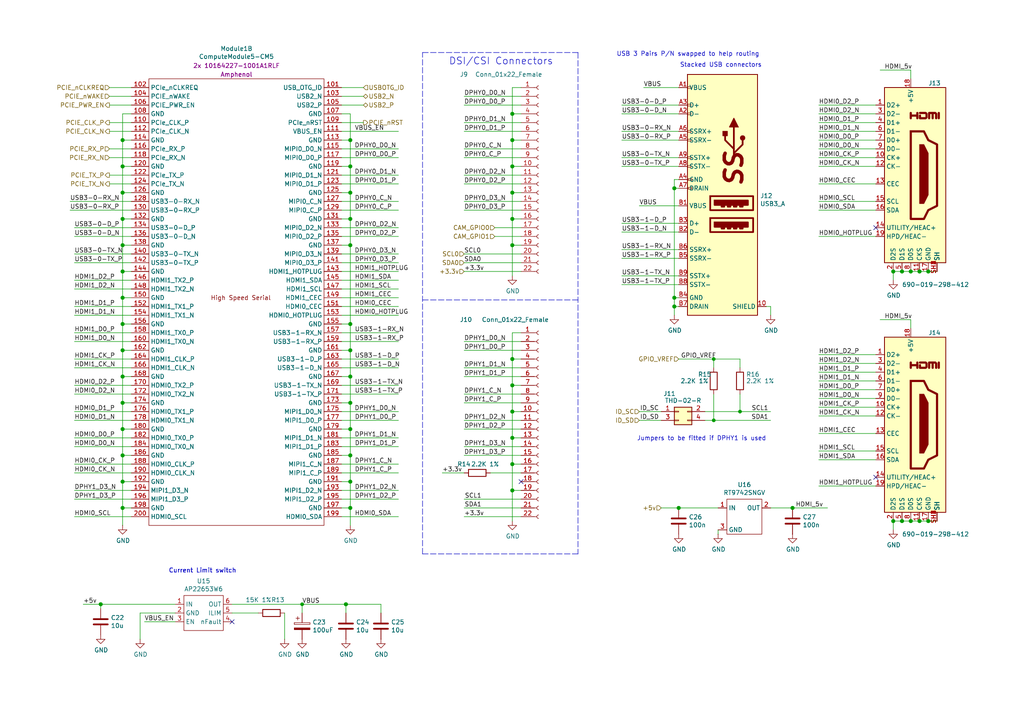
<source format=kicad_sch>
(kicad_sch (version 20250114) (generator "eeschema") (generator_version "9.0")
  (paper "A4")
  (title_block (title "Compute Module 5 IO Board - CM5 - Highspeed") (rev "1") (company "Copyright © 2024 Raspberry Pi Ltd.") (comment 1 "www.raspberrypi.com"))
  (text "USB 3 Pairs P/N swapped to help routing" (at 178.816 16.51 0) (effects (font (size 1.27 1.27)) (justify left bottom)))
  (text "Jumpers to be fitted if DPHY1 is used\n" (at 222.25 128.016 0) (effects (font (size 1.27 1.27)) (justify right bottom)))
  (text "Current Limit switch" (at 68.58 166.37 0) (effects (font (size 1.27 1.27)) (justify right bottom)))
  (text "DSI/CSI Connectors" (at 130.175 19.05 0) (effects (font (size 2.0066 2.0066)) (justify left bottom)))
  (text "Stacked USB connectors" (at 220.98 19.685 0) (effects (font (size 1.27 1.27)) (justify right bottom)))
  (text "Current Limit switch" (at 68.58 166.37 0) (effects (font (size 1.27 1.27)) (justify right bottom)))
  (junction (at 148.59 33.02) (diameter 1.016))
  (junction (at 207.01 104.14))
  (junction (at 35.56 147.32) (diameter 1.016))
  (junction (at 35.56 132.08) (diameter 1.016))
  (junction (at 148.59 119.38) (diameter 1.016))
  (junction (at 101.6 132.08) (diameter 1.016))
  (junction (at 35.56 71.12) (diameter 1.016))
  (junction (at 101.6 55.88) (diameter 1.016))
  (junction (at 100.33 175.26) (diameter 1.016))
  (junction (at 195.58 54.61) (diameter 1.016))
  (junction (at 266.7 78.74) (diameter 1.016))
  (junction (at 148.59 142.24) (diameter 1.016))
  (junction (at 148.59 134.62) (diameter 1.016))
  (junction (at 101.6 147.32) (diameter 1.016))
  (junction (at 35.56 40.64) (diameter 1.016))
  (junction (at 148.59 104.14) (diameter 1.016))
  (junction (at 101.6 40.64) (diameter 1.016))
  (junction (at 148.59 55.88) (diameter 1.016))
  (junction (at 35.56 55.88) (diameter 1.016))
  (junction (at 101.6 101.6) (diameter 1.016))
  (junction (at 196.85 147.32) (diameter 1.016))
  (junction (at 101.6 124.46) (diameter 1.016))
  (junction (at 269.24 78.74) (diameter 1.016))
  (junction (at 148.59 48.26) (diameter 1.016))
  (junction (at 214.63 119.38))
  (junction (at 35.56 78.74) (diameter 1.016))
  (junction (at 101.6 116.84) (diameter 1.016))
  (junction (at 148.59 127) (diameter 1.016))
  (junction (at 35.56 48.26) (diameter 1.016))
  (junction (at 266.7 151.13) (diameter 1.016))
  (junction (at 101.6 63.5) (diameter 1.016))
  (junction (at 259.08 78.74) (diameter 1.016))
  (junction (at 29.21 175.26) (diameter 1.016))
  (junction (at 207.01 121.92))
  (junction (at 261.62 151.13) (diameter 1.016))
  (junction (at 101.6 48.26) (diameter 1.016))
  (junction (at 35.56 139.7) (diameter 1.016))
  (junction (at 101.6 139.7) (diameter 1.016))
  (junction (at 148.59 63.5) (diameter 1.016))
  (junction (at 101.6 93.98) (diameter 1.016))
  (junction (at 35.56 101.6) (diameter 1.016))
  (junction (at 261.62 78.74) (diameter 1.016))
  (junction (at 259.08 151.13) (diameter 1.016))
  (junction (at 195.58 86.36) (diameter 1.016))
  (junction (at 35.56 116.84) (diameter 1.016))
  (junction (at 35.56 86.36) (diameter 1.016))
  (junction (at 264.16 151.13) (diameter 1.016))
  (junction (at 101.6 71.12) (diameter 1.016))
  (junction (at 101.6 109.22) (diameter 1.016))
  (junction (at 35.56 63.5) (diameter 1.016))
  (junction (at 229.87 147.32) (diameter 1.016))
  (junction (at 264.16 78.74) (diameter 1.016))
  (junction (at 148.59 111.76) (diameter 1.016))
  (junction (at 87.63 175.26))
  (junction (at 35.56 93.98) (diameter 1.016))
  (junction (at 269.24 151.13) (diameter 1.016))
  (junction (at 148.59 40.64) (diameter 1.016))
  (junction (at 195.58 88.9) (diameter 1.016))
  (junction (at 148.59 71.12) (diameter 1.016))
  (junction (at 35.56 124.46) (diameter 1.016))
  (junction (at 35.56 109.22) (diameter 1.016))
  (no_connect (at 67.31 180.34))
  (no_connect (at 254 66.04))
  (no_connect (at 151.13 139.7))
  (no_connect (at 254 138.43))
  (wire (pts (xy 134.62 109.22) (xy 151.13 109.22)))
  (wire (pts (xy 180.34 67.31) (xy 196.85 67.31)))
  (wire (pts (xy 99.06 144.78) (xy 115.57 144.78)))
  (wire (pts (xy 237.49 107.95) (xy 254 107.95)))
  (wire (pts (xy 21.59 111.76) (xy 38.1 111.76)))
  (wire (pts (xy 21.59 142.24) (xy 38.1 142.24)))
  (wire (pts (xy 261.62 78.74) (xy 264.16 78.74)))
  (wire (pts (xy 24.13 175.26) (xy 29.21 175.26)))
  (wire (pts (xy 148.59 40.64) (xy 148.59 48.26)))
  (wire (pts (xy 99.06 38.1) (xy 115.57 38.1)))
  (wire (pts (xy 35.56 63.5) (xy 35.56 71.12)))
  (wire (pts (xy 35.56 139.7) (xy 35.56 147.32)))
  (wire (pts (xy 196.85 52.07) (xy 195.58 52.07)))
  (wire (pts (xy 67.31 177.8) (xy 74.93 177.8)))
  (wire (pts (xy 35.56 33.02) (xy 35.56 40.64)))
  (wire (pts (xy 35.56 86.36) (xy 35.56 93.98)))
  (wire (pts (xy 237.49 68.58) (xy 254 68.58)))
  (wire (pts (xy 21.59 119.38) (xy 38.1 119.38)))
  (wire (pts (xy 35.56 71.12) (xy 35.56 78.74)))
  (wire (pts (xy 35.56 101.6) (xy 35.56 109.22)))
  (wire (pts (xy 101.6 48.26) (xy 101.6 40.64)))
  (wire (pts (xy 134.62 132.08) (xy 151.13 132.08)))
  (wire (pts (xy 99.06 30.48) (xy 105.41 30.48)))
  (wire (pts (xy 35.56 86.36) (xy 38.1 86.36)))
  (wire (pts (xy 148.59 104.14) (xy 148.59 111.76)))
  (wire (pts (xy 148.59 63.5) (xy 151.13 63.5)))
  (wire (pts (xy 148.59 33.02) (xy 148.59 40.64)))
  (wire (pts (xy 35.56 109.22) (xy 35.56 116.84)))
  (wire (pts (xy 35.56 48.26) (xy 35.56 55.88)))
  (wire (pts (xy 35.56 132.08) (xy 38.1 132.08)))
  (wire (pts (xy 101.6 71.12) (xy 101.6 63.5)))
  (wire (pts (xy 196.85 147.32) (xy 208.28 147.32)))
  (wire (pts (xy 237.49 53.34) (xy 254 53.34)))
  (wire (pts (xy 99.06 119.38) (xy 115.57 119.38)))
  (wire (pts (xy 266.7 78.74) (xy 269.24 78.74)))
  (polyline (pts (xy 167.64 15.24) (xy 167.64 160.655)) (stroke (width 0) (type dash)))
  (wire (pts (xy 31.75 38.1) (xy 38.1 38.1)))
  (wire (pts (xy 35.56 109.22) (xy 38.1 109.22)))
  (wire (pts (xy 38.1 147.32) (xy 35.56 147.32)))
  (wire (pts (xy 148.59 55.88) (xy 148.59 63.5)))
  (wire (pts (xy 207.01 104.14) (xy 214.63 104.14)))
  (wire (pts (xy 99.06 101.6) (xy 101.6 101.6)))
  (wire (pts (xy 223.52 147.32) (xy 229.87 147.32)))
  (wire (pts (xy 148.59 48.26) (xy 151.13 48.26)))
  (wire (pts (xy 35.56 55.88) (xy 35.56 63.5)))
  (wire (pts (xy 196.85 104.14) (xy 207.01 104.14)))
  (wire (pts (xy 21.59 114.3) (xy 38.1 114.3)))
  (wire (pts (xy 237.49 60.96) (xy 254 60.96)))
  (wire (pts (xy 207.01 114.3) (xy 207.01 121.92)))
  (wire (pts (xy 31.75 27.94) (xy 38.1 27.94)))
  (wire (pts (xy 180.34 48.26) (xy 196.85 48.26)))
  (wire (pts (xy 269.24 151.13) (xy 271.78 151.13)))
  (wire (pts (xy 99.06 40.64) (xy 101.6 40.64)))
  (wire (pts (xy 134.62 99.06) (xy 151.13 99.06)))
  (wire (pts (xy 151.13 73.66) (xy 134.62 73.66)))
  (wire (pts (xy 21.59 73.66) (xy 38.1 73.66)))
  (wire (pts (xy 21.59 127) (xy 38.1 127)))
  (wire (pts (xy 21.59 66.04) (xy 38.1 66.04)))
  (wire (pts (xy 207.01 104.14) (xy 207.01 106.68)))
  (wire (pts (xy 101.6 124.46) (xy 101.6 132.08)))
  (wire (pts (xy 148.59 96.52) (xy 148.59 104.14)))
  (wire (pts (xy 40.64 177.8) (xy 40.64 185.42)))
  (wire (pts (xy 237.49 130.81) (xy 254 130.81)))
  (wire (pts (xy 99.06 149.86) (xy 115.57 149.86)))
  (wire (pts (xy 214.63 104.14) (xy 214.63 106.68)))
  (wire (pts (xy 180.34 74.93) (xy 196.85 74.93)))
  (wire (pts (xy 237.49 133.35) (xy 254 133.35)))
  (wire (pts (xy 41.91 180.34) (xy 50.8 180.34)))
  (wire (pts (xy 196.85 54.61) (xy 195.58 54.61)))
  (wire (pts (xy 237.49 43.18) (xy 254 43.18)))
  (wire (pts (xy 101.6 116.84) (xy 101.6 124.46)))
  (wire (pts (xy 134.62 114.3) (xy 151.13 114.3)))
  (wire (pts (xy 99.06 86.36) (xy 115.57 86.36)))
  (wire (pts (xy 21.59 129.54) (xy 38.1 129.54)))
  (wire (pts (xy 204.47 121.92) (xy 207.01 121.92)))
  (wire (pts (xy 99.06 78.74) (xy 115.57 78.74)))
  (wire (pts (xy 259.08 151.13) (xy 259.08 153.67)))
  (wire (pts (xy 21.59 76.2) (xy 38.1 76.2)))
  (wire (pts (xy 237.49 110.49) (xy 254 110.49)))
  (wire (pts (xy 101.6 147.32) (xy 101.6 152.4)))
  (wire (pts (xy 99.06 50.8) (xy 115.57 50.8)))
  (wire (pts (xy 100.33 177.8) (xy 100.33 175.26)))
  (wire (pts (xy 38.1 43.18) (xy 31.75 43.18)))
  (wire (pts (xy 99.06 76.2) (xy 115.57 76.2)))
  (wire (pts (xy 229.87 147.32) (xy 240.03 147.32)))
  (wire (pts (xy 31.75 30.48) (xy 38.1 30.48)))
  (wire (pts (xy 99.06 132.08) (xy 101.6 132.08)))
  (wire (pts (xy 259.08 78.74) (xy 259.08 81.28)))
  (wire (pts (xy 31.75 53.34) (xy 38.1 53.34)))
  (wire (pts (xy 148.59 119.38) (xy 148.59 127)))
  (wire (pts (xy 237.49 40.64) (xy 254 40.64)))
  (wire (pts (xy 99.06 88.9) (xy 115.57 88.9)))
  (wire (pts (xy 82.55 177.8) (xy 82.55 185.42)))
  (wire (pts (xy 208.28 153.67) (xy 208.28 154.94)))
  (wire (pts (xy 50.8 177.8) (xy 40.64 177.8)))
  (wire (pts (xy 180.34 33.02) (xy 196.85 33.02)))
  (wire (pts (xy 237.49 140.97) (xy 254 140.97)))
  (wire (pts (xy 142.24 137.16) (xy 151.13 137.16)))
  (wire (pts (xy 35.56 63.5) (xy 38.1 63.5)))
  (wire (pts (xy 180.34 40.64) (xy 196.85 40.64)))
  (wire (pts (xy 204.47 119.38) (xy 214.63 119.38)))
  (wire (pts (xy 143.51 68.58) (xy 151.13 68.58)))
  (wire (pts (xy 148.59 134.62) (xy 151.13 134.62)))
  (wire (pts (xy 99.06 48.26) (xy 101.6 48.26)))
  (wire (pts (xy 134.62 58.42) (xy 151.13 58.42)))
  (wire (pts (xy 180.34 72.39) (xy 196.85 72.39)))
  (wire (pts (xy 21.59 99.06) (xy 38.1 99.06)))
  (wire (pts (xy 134.62 35.56) (xy 151.13 35.56)))
  (wire (pts (xy 151.13 147.32) (xy 134.62 147.32)))
  (wire (pts (xy 134.62 106.68) (xy 151.13 106.68)))
  (wire (pts (xy 237.49 105.41) (xy 254 105.41)))
  (wire (pts (xy 38.1 45.72) (xy 31.75 45.72)))
  (wire (pts (xy 101.6 93.98) (xy 101.6 101.6)))
  (wire (pts (xy 134.62 53.34) (xy 151.13 53.34)))
  (wire (pts (xy 134.62 38.1) (xy 151.13 38.1)))
  (wire (pts (xy 35.56 116.84) (xy 35.56 124.46)))
  (wire (pts (xy 185.42 59.69) (xy 196.85 59.69)))
  (wire (pts (xy 21.59 83.82) (xy 38.1 83.82)))
  (wire (pts (xy 35.56 40.64) (xy 38.1 40.64)))
  (polyline (pts (xy 122.555 86.995) (xy 167.64 86.995)) (stroke (width 0) (type dash)))
  (wire (pts (xy 38.1 139.7) (xy 35.56 139.7)))
  (wire (pts (xy 180.34 38.1) (xy 196.85 38.1)))
  (wire (pts (xy 151.13 149.86) (xy 134.62 149.86)))
  (wire (pts (xy 99.06 73.66) (xy 115.57 73.66)))
  (wire (pts (xy 148.59 111.76) (xy 148.59 119.38)))
  (wire (pts (xy 67.31 175.26) (xy 87.63 175.26)))
  (wire (pts (xy 99.06 45.72) (xy 115.57 45.72)))
  (wire (pts (xy 87.63 175.26) (xy 100.33 175.26)))
  (wire (pts (xy 21.59 134.62) (xy 38.1 134.62)))
  (wire (pts (xy 29.21 175.26) (xy 50.8 175.26)))
  (wire (pts (xy 134.62 129.54) (xy 151.13 129.54)))
  (wire (pts (xy 237.49 38.1) (xy 254 38.1)))
  (wire (pts (xy 148.59 127) (xy 151.13 127)))
  (wire (pts (xy 148.59 25.4) (xy 148.59 33.02)))
  (wire (pts (xy 264.16 78.74) (xy 266.7 78.74)))
  (wire (pts (xy 35.56 124.46) (xy 38.1 124.46)))
  (wire (pts (xy 207.01 121.92) (xy 223.52 121.92)))
  (wire (pts (xy 191.77 147.32) (xy 196.85 147.32)))
  (wire (pts (xy 99.06 68.58) (xy 115.57 68.58)))
  (wire (pts (xy 99.06 55.88) (xy 101.6 55.88)))
  (wire (pts (xy 148.59 71.12) (xy 151.13 71.12)))
  (wire (pts (xy 148.59 142.24) (xy 148.59 151.13)))
  (wire (pts (xy 99.06 58.42) (xy 115.57 58.42)))
  (wire (pts (xy 148.59 119.38) (xy 151.13 119.38)))
  (wire (pts (xy 99.06 116.84) (xy 101.6 116.84)))
  (wire (pts (xy 255.27 92.71) (xy 264.16 92.71)))
  (wire (pts (xy 195.58 88.9) (xy 195.58 91.44)))
  (wire (pts (xy 99.06 93.98) (xy 101.6 93.98)))
  (wire (pts (xy 185.42 119.38) (xy 191.77 119.38)))
  (wire (pts (xy 148.59 71.12) (xy 148.59 80.01)))
  (wire (pts (xy 31.75 35.56) (xy 38.1 35.56)))
  (wire (pts (xy 101.6 139.7) (xy 101.6 147.32)))
  (wire (pts (xy 101.6 55.88) (xy 101.6 48.26)))
  (wire (pts (xy 31.75 25.4) (xy 38.1 25.4)))
  (wire (pts (xy 180.34 80.01) (xy 196.85 80.01)))
  (wire (pts (xy 148.59 134.62) (xy 148.59 142.24)))
  (wire (pts (xy 134.62 60.96) (xy 151.13 60.96)))
  (wire (pts (xy 99.06 134.62) (xy 115.57 134.62)))
  (wire (pts (xy 264.16 92.71) (xy 264.16 95.25)))
  (wire (pts (xy 237.49 113.03) (xy 254 113.03)))
  (wire (pts (xy 99.06 91.44) (xy 115.57 91.44)))
  (wire (pts (xy 259.08 151.13) (xy 261.62 151.13)))
  (wire (pts (xy 31.75 50.8) (xy 38.1 50.8)))
  (wire (pts (xy 134.62 121.92) (xy 151.13 121.92)))
  (wire (pts (xy 151.13 78.74) (xy 134.62 78.74)))
  (wire (pts (xy 99.06 66.04) (xy 115.57 66.04)))
  (wire (pts (xy 237.49 30.48) (xy 254 30.48)))
  (wire (pts (xy 21.59 88.9) (xy 38.1 88.9)))
  (wire (pts (xy 134.62 27.94) (xy 151.13 27.94)))
  (wire (pts (xy 151.13 96.52) (xy 148.59 96.52)))
  (wire (pts (xy 101.6 109.22) (xy 101.6 116.84)))
  (wire (pts (xy 222.25 88.9) (xy 223.52 88.9)))
  (wire (pts (xy 196.85 86.36) (xy 195.58 86.36)))
  (wire (pts (xy 99.06 43.18) (xy 115.57 43.18)))
  (wire (pts (xy 38.1 106.68) (xy 21.59 106.68)))
  (wire (pts (xy 35.56 93.98) (xy 38.1 93.98)))
  (wire (pts (xy 261.62 151.13) (xy 264.16 151.13)))
  (wire (pts (xy 35.56 116.84) (xy 38.1 116.84)))
  (wire (pts (xy 134.62 50.8) (xy 151.13 50.8)))
  (wire (pts (xy 99.06 63.5) (xy 101.6 63.5)))
  (wire (pts (xy 38.1 33.02) (xy 35.56 33.02)))
  (polyline (pts (xy 122.555 15.24) (xy 168.148 15.24)) (stroke (width 0) (type dash)))
  (wire (pts (xy 237.49 102.87) (xy 254 102.87)))
  (wire (pts (xy 21.59 144.78) (xy 38.1 144.78)))
  (wire (pts (xy 237.49 115.57) (xy 254 115.57)))
  (wire (pts (xy 99.06 142.24) (xy 115.57 142.24)))
  (wire (pts (xy 151.13 144.78) (xy 134.62 144.78)))
  (wire (pts (xy 148.59 40.64) (xy 151.13 40.64)))
  (wire (pts (xy 264.16 20.32) (xy 264.16 22.86)))
  (wire (pts (xy 100.33 175.26) (xy 110.49 175.26)))
  (wire (pts (xy 35.56 71.12) (xy 38.1 71.12)))
  (wire (pts (xy 35.56 124.46) (xy 35.56 132.08)))
  (wire (pts (xy 99.06 60.96) (xy 115.57 60.96)))
  (wire (pts (xy 99.06 127) (xy 115.57 127)))
  (wire (pts (xy 180.34 30.48) (xy 196.85 30.48)))
  (wire (pts (xy 87.63 175.26) (xy 87.63 177.8)))
  (wire (pts (xy 214.63 119.38) (xy 223.52 119.38)))
  (wire (pts (xy 35.56 101.6) (xy 38.1 101.6)))
  (wire (pts (xy 237.49 125.73) (xy 254 125.73)))
  (wire (pts (xy 195.58 86.36) (xy 195.58 88.9)))
  (wire (pts (xy 148.59 33.02) (xy 151.13 33.02)))
  (wire (pts (xy 20.32 60.96) (xy 38.1 60.96)))
  (wire (pts (xy 269.24 78.74) (xy 271.78 78.74)))
  (wire (pts (xy 264.16 151.13) (xy 266.7 151.13)))
  (wire (pts (xy 180.34 45.72) (xy 196.85 45.72)))
  (wire (pts (xy 99.06 124.46) (xy 101.6 124.46)))
  (wire (pts (xy 237.49 120.65) (xy 254 120.65)))
  (wire (pts (xy 148.59 104.14) (xy 151.13 104.14)))
  (wire (pts (xy 35.56 55.88) (xy 38.1 55.88)))
  (wire (pts (xy 99.06 96.52) (xy 115.57 96.52)))
  (wire (pts (xy 115.57 99.06) (xy 99.06 99.06)))
  (wire (pts (xy 21.59 96.52) (xy 38.1 96.52)))
  (wire (pts (xy 21.59 149.86) (xy 38.1 149.86)))
  (wire (pts (xy 134.62 30.48) (xy 151.13 30.48)))
  (wire (pts (xy 99.06 109.22) (xy 101.6 109.22)))
  (wire (pts (xy 266.7 151.13) (xy 269.24 151.13)))
  (wire (pts (xy 151.13 25.4) (xy 148.59 25.4)))
  (wire (pts (xy 214.63 114.3) (xy 214.63 119.38)))
  (wire (pts (xy 237.49 45.72) (xy 254 45.72)))
  (wire (pts (xy 99.06 81.28) (xy 115.57 81.28)))
  (wire (pts (xy 143.51 66.04) (xy 151.13 66.04)))
  (wire (pts (xy 99.06 53.34) (xy 115.57 53.34)))
  (wire (pts (xy 259.08 78.74) (xy 261.62 78.74)))
  (wire (pts (xy 21.59 91.44) (xy 38.1 91.44)))
  (wire (pts (xy 255.27 20.32) (xy 264.16 20.32)))
  (wire (pts (xy 35.56 132.08) (xy 35.56 139.7)))
  (wire (pts (xy 134.62 101.6) (xy 151.13 101.6)))
  (wire (pts (xy 99.06 129.54) (xy 115.57 129.54)))
  (wire (pts (xy 99.06 27.94) (xy 105.41 27.94)))
  (wire (pts (xy 20.32 58.42) (xy 38.1 58.42)))
  (wire (pts (xy 101.6 40.64) (xy 101.6 33.02)))
  (wire (pts (xy 196.85 88.9) (xy 195.58 88.9)))
  (wire (pts (xy 185.42 121.92) (xy 191.77 121.92)))
  (wire (pts (xy 195.58 52.07) (xy 195.58 54.61)))
  (wire (pts (xy 128.27 137.16) (xy 134.62 137.16)))
  (wire (pts (xy 148.59 48.26) (xy 148.59 55.88)))
  (wire (pts (xy 101.6 63.5) (xy 101.6 55.88)))
  (wire (pts (xy 99.06 104.14) (xy 115.57 104.14)))
  (wire (pts (xy 21.59 104.14) (xy 38.1 104.14)))
  (wire (pts (xy 151.13 76.2) (xy 134.62 76.2)))
  (wire (pts (xy 237.49 58.42) (xy 254 58.42)))
  (wire (pts (xy 99.06 106.68) (xy 115.57 106.68)))
  (wire (pts (xy 35.56 78.74) (xy 38.1 78.74)))
  (wire (pts (xy 101.6 132.08) (xy 101.6 139.7)))
  (wire (pts (xy 35.56 48.26) (xy 38.1 48.26)))
  (wire (pts (xy 99.06 35.56) (xy 105.41 35.56)))
  (wire (pts (xy 99.06 121.92) (xy 115.57 121.92)))
  (wire (pts (xy 101.6 71.12) (xy 101.6 93.98)))
  (wire (pts (xy 134.62 43.18) (xy 151.13 43.18)))
  (wire (pts (xy 35.56 93.98) (xy 35.56 101.6)))
  (wire (pts (xy 148.59 142.24) (xy 151.13 142.24)))
  (wire (pts (xy 99.06 71.12) (xy 101.6 71.12)))
  (polyline (pts (xy 122.555 160.655) (xy 122.555 15.24)) (stroke (width 0) (type dash)))
  (wire (pts (xy 21.59 68.58) (xy 38.1 68.58)))
  (wire (pts (xy 99.06 114.3) (xy 115.57 114.3)))
  (wire (pts (xy 29.21 176.53) (xy 29.21 175.26)))
  (wire (pts (xy 186.69 25.4) (xy 196.85 25.4)))
  (wire (pts (xy 101.6 33.02) (xy 99.06 33.02)))
  (wire (pts (xy 21.59 81.28) (xy 38.1 81.28)))
  (wire (pts (xy 148.59 63.5) (xy 148.59 71.12)))
  (wire (pts (xy 101.6 101.6) (xy 101.6 109.22)))
  (wire (pts (xy 21.59 121.92) (xy 38.1 121.92)))
  (wire (pts (xy 99.06 83.82) (xy 115.57 83.82)))
  (wire (pts (xy 35.56 78.74) (xy 35.56 86.36)))
  (wire (pts (xy 35.56 147.32) (xy 35.56 152.4)))
  (wire (pts (xy 148.59 127) (xy 148.59 134.62)))
  (wire (pts (xy 99.06 147.32) (xy 101.6 147.32)))
  (wire (pts (xy 134.62 116.84) (xy 151.13 116.84)))
  (wire (pts (xy 110.49 175.26) (xy 110.49 177.8)))
  (wire (pts (xy 35.56 40.64) (xy 35.56 48.26)))
  (wire (pts (xy 148.59 55.88) (xy 151.13 55.88)))
  (wire (pts (xy 99.06 139.7) (xy 101.6 139.7)))
  (wire (pts (xy 237.49 33.02) (xy 254 33.02)))
  (wire (pts (xy 148.59 111.76) (xy 151.13 111.76)))
  (wire (pts (xy 180.34 64.77) (xy 196.85 64.77)))
  (wire (pts (xy 223.52 88.9) (xy 223.52 91.44)))
  (wire (pts (xy 21.59 137.16) (xy 38.1 137.16)))
  (wire (pts (xy 237.49 35.56) (xy 254 35.56)))
  (polyline (pts (xy 167.64 160.655) (xy 122.555 160.655)) (stroke (width 0) (type dash)))
  (wire (pts (xy 237.49 48.26) (xy 254 48.26)))
  (wire (pts (xy 180.34 82.55) (xy 196.85 82.55)))
  (wire (pts (xy 195.58 54.61) (xy 195.58 86.36)))
  (wire (pts (xy 134.62 124.46) (xy 151.13 124.46)))
  (wire (pts (xy 99.06 137.16) (xy 115.57 137.16)))
  (wire (pts (xy 134.62 45.72) (xy 151.13 45.72)))
  (wire (pts (xy 99.06 111.76) (xy 115.57 111.76)))
  (wire (pts (xy 105.41 25.4) (xy 99.06 25.4)))
  (wire (pts (xy 237.49 118.11) (xy 254 118.11)))
  (label "HDMI0_D1_N" (at 21.59 121.92 0))
  (label "DPHY1_D3_P" (at 21.59 144.78 0))
  (label "DPHY0_D1_P" (at 114.935 53.34 180))
  (label "USB3-0-TX_N" (at 180.34 45.72 0))
  (label "DPHY0_D2_N" (at 134.62 50.8 0))
  (label "HDMI1_CEC" (at 102.87 86.36 0))
  (label "HDMI0_CK_N" (at 237.49 48.26 0))
  (label "USB3-1-D_N" (at 102.87 106.68 0))
  (label "USB3-1-D_N" (at 180.34 67.31 0))
  (label "VBUS_EN" (at 102.87 38.1 0))
  (label "HDMI0_D2_N" (at 237.49 33.02 0))
  (label "HDMI0_D1_N" (at 237.49 38.1 0))
  (label "SDA0" (at 134.62 76.2 0))
  (label "DPHY0_D0_P" (at 114.935 45.72 180))
  (label "DPHY1_D1_P" (at 134.62 109.22 0))
  (label "HDMI0_D0_P" (at 237.49 40.64 0))
  (label "DPHY1_C_N" (at 102.87 134.62 0))
  (label "DPHY1_C_N" (at 134.62 114.3 0))
  (label "USB3-0-RX_P" (at 180.34 40.64 0))
  (label "DPHY0_D0_N" (at 134.62 27.94 0))
  (label "DPHY1_D3_N" (at 134.62 129.54 0))
  (label "HDMI1_D1_P" (at 21.59 88.9 0))
  (label "USB3-0-D_N" (at 21.59 68.58 0))
  (label "SCL0" (at 134.62 73.66 0))
  (label "ID_SC" (at 191.135 119.38 180))
  (label "HDMI0_D2_P" (at 21.59 111.76 0))
  (label "USB3-0-RX_N" (at 180.34 38.1 0))
  (label "DPHY1_D2_N" (at 102.87 142.24 0))
  (label "HDMI1_SDA" (at 237.49 133.35 0))
  (label "+3.3v" (at 134.62 78.74 0))
  (label "USB3-0-D_P" (at 180.34 30.48 0))
  (label "ID_SD" (at 191.135 121.92 180))
  (label "HDMI1_D1_P" (at 237.49 107.95 0))
  (label "SCL1" (at 139.7 144.78 180))
  (label "USB3-0-TX_N" (at 21.59 73.66 0))
  (label "VBUS_EN" (at 41.91 180.34 0))
  (label "USB3-1-TX_P" (at 102.87 114.3 0))
  (label "+5v" (at 24.13 175.26 0))
  (label "HDMI1_D0_P" (at 237.49 113.03 0))
  (label "HDMI0_CK_P" (at 21.59 134.62 0))
  (label "USB3-1-RX_P" (at 102.87 99.06 0))
  (label "HDMI1_D0_P" (at 21.59 96.52 0))
  (label "USB3-0-TX_P" (at 21.59 76.2 0))
  (label "DPHY0_D3_P" (at 114.935 76.2 180))
  (label "DPHY1_D2_P" (at 134.62 124.46 0))
  (label "DPHY1_D0_P" (at 134.62 101.6 0))
  (label "USB3-0-RX_N" (at 20.32 58.42 0))
  (label "DPHY0_D0_P" (at 134.62 30.48 0))
  (label "USB3-1-TX_N" (at 102.87 111.76 0))
  (label "HDMI1_D2_N" (at 21.59 83.82 0))
  (label "DPHY0_C_P" (at 102.87 60.96 0))
  (label "DPHY1_C_P" (at 102.87 137.16 0))
  (label "HDMI0_CK_N" (at 21.59 137.16 0))
  (label "HDMI1_CK_P" (at 237.49 118.11 0))
  (label "HDMI0_CEC" (at 102.87 88.9 0))
  (label "HDMI0_D2_N" (at 21.59 114.3 0))
  (label "HDMI0_D0_N" (at 237.49 43.18 0))
  (label "DPHY1_D3_P" (at 134.62 132.08 0))
  (label "HDMI1_D0_N" (at 21.59 99.06 0))
  (label "HDMI0_HOTPLUG" (at 237.49 68.58 0))
  (label "USB3-1-RX_P" (at 180.34 74.93 0))
  (label "DPHY1_D1_N" (at 114.935 127 180))
  (label "DPHY1_D0_N" (at 134.62 99.06 0))
  (label "DPHY0_D2_N" (at 102.87 66.04 0))
  (label "HDMI0_D1_P" (at 21.59 119.38 0))
  (label "DPHY0_D3_N" (at 114.935 73.66 180))
  (label "HDMI0_D0_P" (at 21.59 127 0))
  (label "DPHY0_C_N" (at 134.62 43.18 0))
  (label "DPHY1_D2_N" (at 134.62 121.92 0))
  (label "USB3-1-TX_N" (at 180.34 80.01 0))
  (label "DPHY0_D2_P" (at 102.87 68.58 0))
  (label "HDMI1_D1_N" (at 237.49 110.49 0))
  (label "HDMI1_D1_N" (at 21.59 91.44 0))
  (label "HDMI1_HOTPLUG" (at 237.49 140.97 0))
  (label "VBUS" (at 185.42 59.69 0))
  (label "DPHY0_D2_P" (at 134.62 53.34 0))
  (label "HDMI0_D2_P" (at 237.49 30.48 0))
  (label "DPHY0_D1_N" (at 114.935 50.8 180))
  (label "DPHY0_D3_P" (at 134.62 60.96 0))
  (label "HDMI1_CK_P" (at 21.59 104.14 0))
  (label "DPHY0_D1_N" (at 134.62 35.56 0))
  (label "HDMI_5v" (at 238.76 147.32 180))
  (label "DPHY0_D3_N" (at 134.62 58.42 0))
  (label "USB3-1-RX_N" (at 180.34 72.39 0))
  (label "USB3-1-RX_N" (at 102.87 96.52 0))
  (label "HDMI1_HOTPLUG" (at 102.87 78.74 0))
  (label "VBUS" (at 87.63 175.26 0))
  (label "HDMI1_SCL" (at 102.87 83.82 0))
  (label "HDMI1_D2_N" (at 237.49 105.41 0))
  (label "USB3-0-D_P" (at 21.59 66.04 0))
  (label "HDMI1_D2_P" (at 237.49 102.87 0))
  (label "HDMI1_D0_N" (at 237.49 115.57 0))
  (label "VBUS" (at 186.69 25.4 0))
  (label "HDMI0_SCL" (at 21.59 149.86 0))
  (label "DPHY1_D0_N" (at 114.935 119.38 180))
  (label "HDMI1_CK_N" (at 237.49 120.65 0))
  (label "DPHY1_D0_P" (at 114.935 121.92 180))
  (label "DPHY0_D1_P" (at 134.62 38.1 0))
  (label "HDMI_5v" (at 256.54 92.71 0))
  (label "HDMI1_CEC" (at 237.49 125.73 0))
  (label "HDMI0_CK_P" (at 237.49 45.72 0))
  (label "DPHY1_D1_N" (at 134.62 106.68 0))
  (label "SDA1" (at 139.7 147.32 180))
  (label "DPHY1_D2_P" (at 102.87 144.78 0))
  (label "USB3-0-RX_P" (at 20.32 60.96 0))
  (label "DPHY1_D1_P" (at 114.935 129.54 180))
  (label "HDMI1_D2_P" (at 21.59 81.28 0))
  (label "HDMI0_HOTPLUG" (at 102.87 91.44 0))
  (label "HDMI0_CEC" (at 237.49 53.34 0))
  (label "DPHY0_D0_N" (at 114.935 43.18 180))
  (label "HDMI0_SDA" (at 237.49 60.96 0))
  (label "DPHY0_C_P" (at 134.62 45.72 0))
  (label "HDMI0_D1_P" (at 237.49 35.56 0))
  (label "USB3-1-D_P" (at 180.34 64.77 0))
  (label "+3.3v" (at 134.62 149.86 0))
  (label "USB3-0-D_N" (at 180.34 33.02 0))
  (label "SCL1" (at 222.885 119.38 180))
  (label "SDA1" (at 222.885 121.92 180))
  (label "HDMI0_SCL" (at 237.49 58.42 0))
  (label "HDMI0_D0_N" (at 21.59 129.54 0))
  (label "GPIO_VREF" (at 197.485 104.14 0))
  (label "HDMI0_SDA" (at 102.87 149.86 0))
  (label "DPHY1_C_P" (at 134.62 116.84 0))
  (label "HDMI_5v" (at 256.54 20.32 0))
  (label "+3.3v" (at 128.27 137.16 0))
  (label "HDMI1_SCL" (at 237.49 130.81 0))
  (label "HDMI1_CK_N" (at 21.59 106.68 0))
  (label "DPHY0_C_N" (at 102.87 58.42 0))
  (label "DPHY1_D3_N" (at 21.59 142.24 0))
  (label "USB3-0-TX_P" (at 180.34 48.26 0))
  (label "USB3-1-D_P" (at 102.87 104.14 0))
  (label "USB3-1-TX_P" (at 180.34 82.55 0))
  (label "HDMI1_SDA" (at 102.87 81.28 0))
  (hierarchical_label "USBOTG_ID" (shape input) (at 105.41 25.4 0))
  (hierarchical_label "PCIE_PWR_EN" (shape output) (at 31.75 30.48 180))
  (hierarchical_label "PCIE_CLK_P" (shape output) (at 31.75 35.56 180))
  (hierarchical_label "CAM_GPIO0" (shape input) (at 143.51 66.04 180))
  (hierarchical_label "PCIE_RX_N" (shape input) (at 31.75 45.72 180))
  (hierarchical_label "+5v" (shape input) (at 191.77 147.32 180))
  (hierarchical_label "SCL0" (shape input) (at 134.62 73.66 180))
  (hierarchical_label "PCIE_nCLKREQ" (shape input) (at 31.75 25.4 180))
  (hierarchical_label "ID_SC" (shape input) (at 185.42 119.38 180))
  (hierarchical_label "PCIE_RX_P" (shape input) (at 31.75 43.18 180))
  (hierarchical_label "GPIO_VREF" (shape input) (at 196.85 104.14 180))
  (hierarchical_label "+3.3v" (shape input) (at 134.62 78.74 180))
  (hierarchical_label "USB2_P" (shape bidirectional) (at 105.41 30.48 0))
  (hierarchical_label "USB2_N" (shape bidirectional) (at 105.41 27.94 0))
  (hierarchical_label "PCIE_TX_P" (shape output) (at 31.75 50.8 180))
  (hierarchical_label "ID_SD" (shape input) (at 185.42 121.92 180))
  (hierarchical_label "PCIE_nWAKE" (shape input) (at 31.75 27.94 180))
  (hierarchical_label "PCIE_CLK_N" (shape output) (at 31.75 38.1 180))
  (hierarchical_label "PCIE_nRST" (shape output) (at 105.41 35.56 0))
  (hierarchical_label "CAM_GPIO1" (shape input) (at 143.51 68.58 180))
  (hierarchical_label "PCIE_TX_N" (shape output) (at 31.75 53.34 180))
  (hierarchical_label "SDA0" (shape input) (at 134.62 76.2 180))
  (symbol (lib_id "power:GND") (at 259.08 81.28 0) (unit 1)
    (property "Reference" "#PWR080" (effects (hide yes)))
    (property "Value" "GND" (at 259.207 85.6742 0))
    (property "Description" "Power symbol creates a global label with name \"GND\" , ground" (effects (hide yes)))
  )
  (symbol (lib_id "power:GND") (at 259.08 153.67 0) (unit 1)
    (property "Reference" "#PWR081" (effects (hide yes)))
    (property "Value" "GND" (at 259.207 158.0642 0))
    (property "Description" "Power symbol creates a global label with name \"GND\" , ground" (effects (hide yes)))
  )
  (symbol (lib_id "power:GND") (at 101.6 152.4 0) (unit 1)
    (property "Reference" "#PWR071" (effects (hide yes)))
    (property "Value" "GND" (at 101.727 156.7942 0))
    (property "Description" "Power symbol creates a global label with name \"GND\" , ground" (effects (hide yes)))
  )
  (symbol (lib_id "power:GND") (at 35.56 152.4 0) (unit 1)
    (property "Reference" "#PWR066" (effects (hide yes)))
    (property "Value" "GND" (at 35.687 156.7942 0))
    (property "Description" "Power symbol creates a global label with name \"GND\" , ground" (effects (hide yes)))
  )
  (symbol (lib_id "power:GND") (at 148.59 80.01 0) (unit 1)
    (property "Reference" "#PWR073" (effects (hide yes)))
    (property "Value" "GND" (at 148.717 84.4042 0))
    (property "Description" "Power symbol creates a global label with name \"GND\" , ground" (effects (hide yes)))
  )
  (symbol (lib_id "power:GND") (at 148.59 151.13 0) (unit 1)
    (property "Reference" "#PWR074" (effects (hide yes)))
    (property "Value" "GND" (at 148.717 155.5242 0))
    (property "Description" "Power symbol creates a global label with name \"GND\" , ground" (effects (hide yes)))
  )
  (symbol (lib_id "Device:R") (at 207.01 110.49 0) (unit 1)
    (property "Reference" "R15" (at 202.438 108.585 0) (effects (justify left)))
    (property "Value" "2.2K 1%" (at 197.358 110.49 0) (effects (justify left)))
    (property "Footprint" "Resistor_SMD:R_0402_1005Metric" (effects (hide yes)))
    (property "Datasheet" "https://fscdn.rohm.com/en/products/databook/datasheet/passive/resistor/chip_resistor/mcr-e.pdf" (effects (hide yes)))
    (property "Field4" "Farnell" (effects (hide yes)))
    (property "Part Description" "Resistor 2.2K M1005 1% 63mW" (effects (hide yes)))
  )
  (symbol (lib_id "Device:R") (at 214.63 110.49 0) (unit 1)
    (property "Reference" "R16" (at 216.408 108.585 0) (effects (justify left)))
    (property "Value" "2.2K 1%" (at 216.408 110.49 0) (effects (justify left)))
    (property "Footprint" "Resistor_SMD:R_0402_1005Metric" (effects (hide yes)))
    (property "Datasheet" "https://fscdn.rohm.com/en/products/databook/datasheet/passive/resistor/chip_resistor/mcr-e.pdf" (effects (hide yes)))
    (property "Field4" "Farnell" (effects (hide yes)))
    (property "Part Description" "Resistor 2.2K M1005 1% 63mW" (effects (hide yes)))
  )
  (symbol (lib_id "Connector:Conn_01x22_Socket") (at 156.21 50.8 0) (unit 1)
    (property "Reference" "J9" (at 133.35 21.59 0) (effects (justify left)))
    (property "Value" "Conn_01x22_Female" (at 137.795 21.59 0) (effects (justify left)))
    (property "Footprint" "CM5IO:Hirose_FH12-22S-0.5SH_1x22-1MP_P0.50mm_Horizontal" (effects (hide yes)))
    (property "Datasheet" "https://www.hirose.com/product/document?clcode=&productname=&series=FH12&documenttype=Catalog&lang=en&documentid=D31648_en" (effects (hide yes)))
    (property "Field4" "Mouser" (effects (hide yes)))
    (property "Field5" "798-FH12-22S-0.5SH55" (effects (hide yes)))
    (property "Field6" "FH12-22S-0.5SH55" (effects (hide yes)))
    (property "Field7" "Hirose" (effects (hide yes)))
    (property "Part Description" "22 Position FFC, FPC Connector Contacts, Bottom 0.020\" (0.50mm) Surface Mount, Right Angle" (effects (hide yes)))
  )
  (symbol (lib_id "Connector:Conn_01x22_Socket") (at 156.21 121.92 0) (unit 1)
    (property "Reference" "J10" (at 133.35 92.71 0) (effects (justify left)))
    (property "Value" "Conn_01x22_Female" (at 139.7 92.71 0) (effects (justify left)))
    (property "Footprint" "CM5IO:Hirose_FH12-22S-0.5SH_1x22-1MP_P0.50mm_Horizontal" (effects (hide yes)))
    (property "Datasheet" "https://www.hirose.com/product/document?clcode=&productname=&series=FH12&documenttype=Catalog&lang=en&documentid=D31648_en" (effects (hide yes)))
    (property "Field4" "Mouser" (effects (hide yes)))
    (property "Field5" "798-FH12-22S-0.5SH55" (effects (hide yes)))
    (property "Field6" "FH12-22S-0.5SH55" (effects (hide yes)))
    (property "Field7" "Hirose" (effects (hide yes)))
    (property "Part Description" "22 Position FFC, FPC Connector Contacts, Bottom 0.020\" (0.50mm) Surface Mount, Right Angle" (effects (hide yes)))
  )
  (symbol (lib_id "CM5IO:HDMI_A_1.4") (at 264.16 50.8 0) (unit 1)
    (property "Reference" "J13" (at 269.24 24.13 0) (effects (justify left)))
    (property "Value" "690-019-298-412" (at 261.62 82.55 0) (effects (justify left)))
    (property "Footprint" "CM5IO:EDAC 690-019-298-412" (effects (hide yes)))
    (property "Datasheet" "https://www.tme.eu/Document/f15dffbcfad8545e17826f72d36911c8/206A-SEAN-R03.pdf" (effects (hide yes)))
    (property "Field4" "Farnell" (effects (hide yes)))
    (property "Field5" "2614936" (effects (hide yes)))
    (property "Field6" "690-019-298-412" (effects (hide yes)))
    (property "Field7" "EDAC" (effects (hide yes)))
    (property "Part Description" "HDMI Connector, Right Angle, 19 Contacts, Receptacle, Surface Mount, Surface Mount Right Angle" (effects (hide yes)))
    (property "Field8" "UCON00802" (effects (hide yes)))
  )
  (symbol (lib_id "CM5IO:HDMI_A_1.4") (at 264.16 123.19 0) (unit 1)
    (property "Reference" "J14" (at 269.24 96.52 0) (effects (justify left)))
    (property "Value" "690-019-298-412" (at 261.62 154.94 0) (effects (justify left)))
    (property "Footprint" "CM5IO:EDAC 690-019-298-412" (effects (hide yes)))
    (property "Datasheet" "https://www.tme.eu/Document/f15dffbcfad8545e17826f72d36911c8/206A-SEAN-R03.pdf" (effects (hide yes)))
    (property "Field4" "Farnell" (effects (hide yes)))
    (property "Field5" "2614936" (effects (hide yes)))
    (property "Field6" "690-019-298-412" (effects (hide yes)))
    (property "Field7" "EDAC" (effects (hide yes)))
    (property "Part Description" "HDMI Connector, Right Angle, 19 Contacts, Receptacle, Surface Mount, Surface Mount Right Angle" (effects (hide yes)))
    (property "Field8" "UCON00802" (effects (hide yes)))
  )
  (symbol (lib_id "Device:C") (at 229.87 151.13 0) (unit 1)
    (property "Reference" "C27" (at 232.791 149.9616 0) (effects (justify left)))
    (property "Value" "100n" (at 232.791 152.273 0) (effects (justify left)))
    (property "Footprint" "Capacitor_SMD:C_0402_1005Metric" (effects (hide yes)))
    (property "Datasheet" "https://search.murata.co.jp/Ceramy/image/img/A01X/G101/ENG/GRM155R71C104KA88-01.pdf" (effects (hide yes)))
    (property "Field4" "Farnell" (effects (hide yes)))
    (property "Field5" "2611911" (effects (hide yes)))
    (property "Field6" "RM EMK105 B7104KV-F" (effects (hide yes)))
    (property "Field7" "TAIYO YUDEN EUROPE GMBH" (effects (hide yes)))
    (property "Part Description" "	0.1uF 10% 16V Ceramic Capacitor X7R 0402 (1005 Metric)" (effects (hide yes)))
    (property "Field8" "110091611" (effects (hide yes)))
  )
  (symbol (lib_id "Device:C") (at 196.85 151.13 0) (unit 1)
    (property "Reference" "C26" (at 199.771 149.9616 0) (effects (justify left)))
    (property "Value" "100n" (at 199.771 152.273 0) (effects (justify left)))
    (property "Footprint" "Capacitor_SMD:C_0402_1005Metric" (effects (hide yes)))
    (property "Datasheet" "https://search.murata.co.jp/Ceramy/image/img/A01X/G101/ENG/GRM155R71C104KA88-01.pdf" (effects (hide yes)))
    (property "Field4" "Farnell" (effects (hide yes)))
    (property "Field5" "2611911" (effects (hide yes)))
    (property "Field6" "RM EMK105 B7104KV-F" (effects (hide yes)))
    (property "Field7" "TAIYO YUDEN EUROPE GMBH" (effects (hide yes)))
    (property "Part Description" "	0.1uF 10% 16V Ceramic Capacitor X7R 0402 (1005 Metric)" (effects (hide yes)))
    (property "Field8" "110091611" (effects (hide yes)))
  )
  (symbol (lib_id "CM5IO:RT9742SNGV") (at 213.36 151.13 0) (unit 1)
    (property "Reference" "U16" (at 215.9 140.589 0))
    (property "Value" "RT9742SNGV" (at 215.9 142.9004 0))
    (property "Footprint" "Package_TO_SOT_SMD:TSOT-23_HandSoldering" (effects (hide yes)))
    (property "Datasheet" "https://www.richtek.com/assets/product_file/RT9742/DS9742-10.pdf" (effects (hide yes)))
    (property "Field4" "Farnell" (effects (hide yes)))
    (property "Field5" "2575555" (effects (hide yes)))
    (property "Field6" "RT9742SNGV" (effects (hide yes)))
    (property "Field7" "RichTek" (effects (hide yes)))
    (property "Part Description" "Power Switch/Driver 1:1 N-Channel 500mA SOT-23-3" (effects (hide yes)))
    (property "Field8" "USWI00155" (effects (hide yes)))
  )
  (symbol (lib_id "power:GND") (at 229.87 154.94 0) (unit 1)
    (property "Reference" "#PWR079" (effects (hide yes)))
    (property "Value" "GND" (at 229.997 159.3342 0))
    (property "Description" "Power symbol creates a global label with name \"GND\" , ground" (effects (hide yes)))
  )
  (symbol (lib_id "power:GND") (at 196.85 154.94 0) (unit 1)
    (property "Reference" "#PWR076" (effects (hide yes)))
    (property "Value" "GND" (at 196.977 159.3342 0))
    (property "Description" "Power symbol creates a global label with name \"GND\" , ground" (effects (hide yes)))
  )
  (symbol (lib_id "power:GND") (at 208.28 154.94 0) (unit 1)
    (property "Reference" "#PWR077" (effects (hide yes)))
    (property "Value" "GND" (at 208.407 159.3342 0))
    (property "Description" "Power symbol creates a global label with name \"GND\" , ground" (effects (hide yes)))
  )
  (symbol (lib_id "CM5IO:ComputeModule5-CM5") (at -71.12 86.36 0) (unit 2)
    (property "Reference" "Module1" (at 68.58 14.097 0))
    (property "Value" "ComputeModule5-CM5" (at 68.58 16.4084 0))
    (property "Footprint" "CM5IO:Raspberry-Pi-5-Compute-Module" (effects (hide yes)))
    (property "Description" "RaspberryPi Compute module 5" (effects (hide yes)))
    (property "Field4" "Amphenol" (at 68.58 21.59 0))
    (property "Field5" "2x 10164227-1001A1RLF" (at 68.58 19.05 0))
    (property "Field6" "2x 10164227-1001A1RLF" (effects (hide yes)))
    (property "Field7" "Hirose" (effects (hide yes)))
    (property "Part Description" "	100 Position Connector Receptacle, Center Strip Contacts Surface Mount Gold" (effects (hide yes)))
  )
  (symbol (lib_id "Connector_Generic:Conn_02x02_Odd_Even") (at 196.85 119.38 0) (unit 1)
    (property "Reference" "J11" (at 194.183 114.173 0))
    (property "Value" "THD-02-R" (at 198.12 116.1796 0))
    (property "Footprint" "Connector_PinHeader_2.54mm:PinHeader_2x02_P2.54mm_Vertical" (effects (hide yes)))
    (property "Datasheet" "https://www.toby.co.uk/uploads/publications/1673.pdf" (effects (hide yes)))
    (property "Field4" "Toby" (effects (hide yes)))
    (property "Field5" "THD-02-R" (effects (hide yes)))
    (property "Field6" "151-604-425-761" (effects (hide yes)))
    (property "Field7" "EDAC" (effects (hide yes)))
    (property "Field8" "UCON00791" (effects (hide yes)))
    (property "Part Description" "PinHeader_2x02_P2.54mm_Vertical" (effects (hide yes)))
  )
  (symbol (lib_id "power:GND") (at 29.21 184.15 0) (unit 1)
    (property "Reference" "#PWR065" (effects (hide yes)))
    (property "Value" "GND" (at 29.337 188.5442 0))
    (property "Description" "Power symbol creates a global label with name \"GND\" , ground" (effects (hide yes)))
  )
  (symbol (lib_id "Device:C") (at 100.33 181.61 0) (unit 1)
    (property "Reference" "C24" (at 103.251 180.4416 0) (effects (justify left)))
    (property "Value" "10u" (at 103.251 182.753 0) (effects (justify left)))
    (property "Footprint" "Capacitor_SMD:C_0805_2012Metric" (effects (hide yes)))
    (property "Datasheet" "https://search.murata.co.jp/Ceramy/image/img/A01X/G101/ENG/GRM21BR71A106KA73-01.pdf" (effects (hide yes)))
    (property "Field5" "490-14381-1-ND" (effects (hide yes)))
    (property "Field4" "Digikey" (effects (hide yes)))
    (property "Field6" "GRM21BR71A106KA73L" (effects (hide yes)))
    (property "Field7" "Murata" (effects (hide yes)))
    (property "Part Description" "	10uF 10% 10V Ceramic Capacitor X7R 0805 (2012 Metric)" (effects (hide yes)))
    (property "Field8" "111893011" (effects (hide yes)))
  )
  (symbol (lib_id "Device:R") (at 138.43 137.16 90) (unit 1)
    (property "Reference" "R14" (at 136.525 134.62 90) (effects (justify left)))
    (property "Value" "2.2K 1%" (at 144.78 134.62 90) (effects (justify left)))
    (property "Footprint" "Resistor_SMD:R_0402_1005Metric" (effects (hide yes)))
    (property "Datasheet" "https://fscdn.rohm.com/en/products/databook/datasheet/passive/resistor/chip_resistor/mcr-e.pdf" (effects (hide yes)))
    (property "Field4" "Farnell" (effects (hide yes)))
    (property "Part Description" "Resistor 2.2K M1005 1% 63mW" (effects (hide yes)))
  )
  (symbol (lib_id "power:GND") (at 195.58 91.44 0) (unit 1)
    (property "Reference" "#PWR075" (effects (hide yes)))
    (property "Value" "GND" (at 195.707 95.8342 0))
    (property "Description" "Power symbol creates a global label with name \"GND\" , ground" (effects (hide yes)))
  )
  (symbol (lib_id "Device:C_Polarized") (at 87.63 181.61 0) (unit 1)
    (property "Reference" "C23" (at 90.6272 180.467 0) (effects (justify left)))
    (property "Value" "100uF" (at 90.6272 182.753 0) (effects (justify left)))
    (property "Footprint" "Capacitor_Tantalum_SMD:CP_EIA-7343-31_Kemet-D" (effects (hide yes)))
    (property "Field4" "Mouser" (effects (hide yes)))
    (property "Field5" "667-EEF-CX0J101R" (effects (hide yes)))
    (property "Part Description" "Capacitor, SP-Cap, 100u, 6.3V, 15mR ESR" (effects (hide yes)))
    (property "Field7" "Panasonic" (effects (hide yes)))
  )
  (symbol (lib_id "power:GND") (at 87.63 185.42 0) (unit 1)
    (property "Reference" "#PWR069" (effects (hide yes)))
    (property "Value" "GND" (at 87.757 189.8142 0))
    (property "Description" "Power symbol creates a global label with name \"GND\" , ground" (effects (hide yes)))
  )
  (symbol (lib_id "Device:R") (at 78.74 177.8 90) (unit 1)
    (property "Reference" "R13" (at 82.55 173.99 90) (effects (justify left)))
    (property "Value" "15K 1%" (at 78.74 173.99 90) (effects (justify left)))
    (property "Footprint" "Resistor_SMD:R_0402_1005Metric" (effects (hide yes)))
    (property "Datasheet" "https://fscdn.rohm.com/en/products/databook/datasheet/passive/resistor/chip_resistor/mcr-e.pdf" (effects (hide yes)))
    (property "Field4" "Farnell" (effects (hide yes)))
    (property "Field5" "9239375" (effects (hide yes)))
    (property "Field6" "MCR01MZPF1502" (effects (hide yes)))
    (property "Field7" "Rohm" (effects (hide yes)))
    (property "Part Description" "Resistor 15K M1005 1% 63mW" (effects (hide yes)))
    (property "Field8" "120891581" (effects (hide yes)))
  )
  (symbol (lib_id "power:GND") (at 110.49 185.42 0) (unit 1)
    (property "Reference" "#PWR072" (effects (hide yes)))
    (property "Value" "GND" (at 110.617 189.8142 0))
    (property "Description" "Power symbol creates a global label with name \"GND\" , ground" (effects (hide yes)))
  )
  (symbol (lib_id "power:GND") (at 82.55 185.42 0) (unit 1)
    (property "Reference" "#PWR068" (effects (hide yes)))
    (property "Value" "GND" (at 82.677 189.8142 0))
    (property "Description" "Power symbol creates a global label with name \"GND\" , ground" (effects (hide yes)))
  )
  (symbol (lib_id "Device:C") (at 110.49 181.61 0) (unit 1)
    (property "Reference" "C25" (at 113.411 180.4416 0) (effects (justify left)))
    (property "Value" "10u" (at 113.411 182.753 0) (effects (justify left)))
    (property "Footprint" "Capacitor_SMD:C_0805_2012Metric" (effects (hide yes)))
    (property "Datasheet" "https://search.murata.co.jp/Ceramy/image/img/A01X/G101/ENG/GRM21BR71A106KA73-01.pdf" (effects (hide yes)))
    (property "Field5" "490-14381-1-ND" (effects (hide yes)))
    (property "Field4" "Digikey" (effects (hide yes)))
    (property "Field6" "GRM21BR71A106KA73L" (effects (hide yes)))
    (property "Field7" "Murata" (effects (hide yes)))
    (property "Part Description" "	10uF 10% 10V Ceramic Capacitor X7R 0805 (2012 Metric)" (effects (hide yes)))
    (property "Field8" "111893011" (effects (hide yes)))
  )
  (symbol (lib_id "CM5IO:AP2553W6") (at 59.69 177.8 0) (unit 1)
    (property "Reference" "U15" (at 59.055 168.529 0))
    (property "Value" "AP22653W6" (at 59.055 170.8404 0))
    (property "Footprint" "Package_TO_SOT_SMD:SOT-23-6" (effects (hide yes)))
    (property "Datasheet" "https://www.diodes.com/assets/Datasheets/AP255x.pdf" (effects (hide yes)))
    (property "Field4" "Digikey" (effects (hide yes)))
    (property "Field5" "	31-AP22653W6-7CT-ND" (effects (hide yes)))
    (property "Field6" "AP22653W6" (effects (hide yes)))
    (property "Field7" "Diodes" (effects (hide yes)))
    (property "Part Description" "	Power Switch/Driver 1:1 P-Channel 2.1A SOT-23-6" (effects (hide yes)))
  )
  (symbol (lib_id "CM5IO:USB3_A") (at 208.28 52.07 0) (unit 1)
    (property "Reference" "J12" (at 220.472 56.7944 0) (effects (justify left)))
    (property "Value" "USB3_A" (at 220.472 59.1058 0) (effects (justify left)))
    (property "Footprint" "CM5IO:MTCONN_UBAF30-D2011" (effects (hide yes)))
    (property "Field6" "UBAF30-D2011" (effects (hide yes)))
    (property "Field7" "Mtconn" (effects (hide yes)))
    (property "Field5" "UBAF30-D2011" (effects (hide yes)))
    (property "Part Description" "Dual USB 3 connector" (effects (hide yes)))
  )
  (symbol (lib_id "power:GND") (at 40.64 185.42 0) (unit 1)
    (property "Reference" "#PWR067" (effects (hide yes)))
    (property "Value" "GND" (at 40.767 189.8142 0))
    (property "Description" "Power symbol creates a global label with name \"GND\" , ground" (effects (hide yes)))
  )
  (symbol (lib_id "power:GND") (at 223.52 91.44 0) (unit 1)
    (property "Reference" "#PWR078" (effects (hide yes)))
    (property "Value" "GND" (at 223.647 95.8342 0))
    (property "Description" "Power symbol creates a global label with name \"GND\" , ground" (effects (hide yes)))
  )
  (symbol (lib_id "power:GND") (at 100.33 185.42 0) (unit 1)
    (property "Reference" "#PWR070" (effects (hide yes)))
    (property "Value" "GND" (at 100.457 189.8142 0))
    (property "Description" "Power symbol creates a global label with name \"GND\" , ground" (effects (hide yes)))
  )
  (symbol (lib_id "Device:C") (at 29.21 180.34 0) (unit 1)
    (property "Reference" "C22" (at 32.131 179.1716 0) (effects (justify left)))
    (property "Value" "10u" (at 32.131 181.483 0) (effects (justify left)))
    (property "Footprint" "Capacitor_SMD:C_0805_2012Metric" (effects (hide yes)))
    (property "Datasheet" "https://search.murata.co.jp/Ceramy/image/img/A01X/G101/ENG/GRM21BR71A106KA73-01.pdf" (effects (hide yes)))
    (property "Field5" "490-14381-1-ND" (effects (hide yes)))
    (property "Field4" "Digikey" (effects (hide yes)))
    (property "Field6" "GRM21BR71A106KA73L" (effects (hide yes)))
    (property "Field7" "Murata" (effects (hide yes)))
    (property "Part Description" "	10uF 10% 10V Ceramic Capacitor X7R 0805 (2012 Metric)" (effects (hide yes)))
    (property "Field8" "111893011" (effects (hide yes)))
  )
)
</source>
